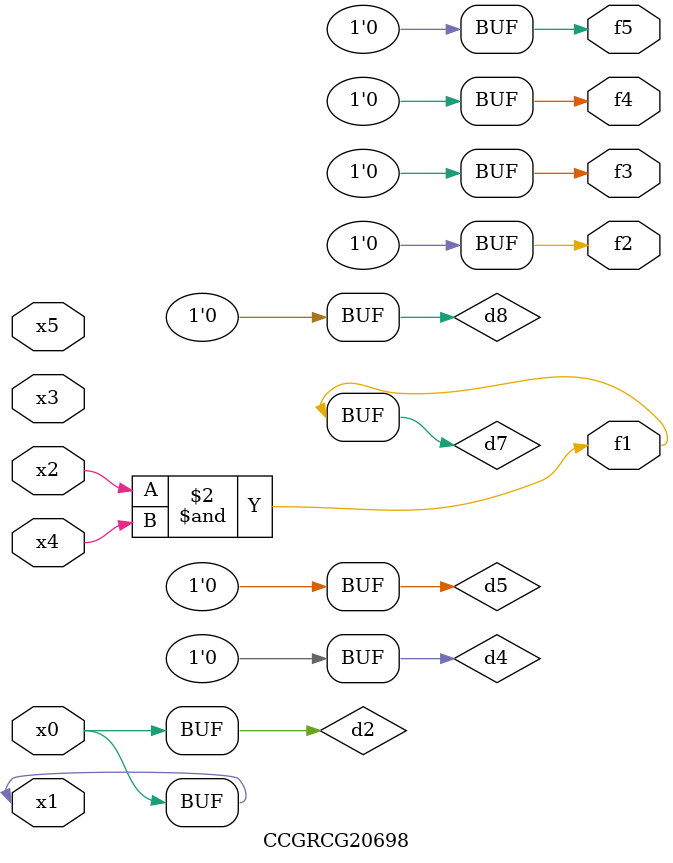
<source format=v>
module CCGRCG20698(
	input x0, x1, x2, x3, x4, x5,
	output f1, f2, f3, f4, f5
);

	wire d1, d2, d3, d4, d5, d6, d7, d8, d9;

	nand (d1, x1);
	buf (d2, x0, x1);
	nand (d3, x2, x4);
	and (d4, d1, d2);
	and (d5, d1, d2);
	nand (d6, d1, d3);
	not (d7, d3);
	xor (d8, d5);
	nor (d9, d5, d6);
	assign f1 = d7;
	assign f2 = d8;
	assign f3 = d8;
	assign f4 = d8;
	assign f5 = d8;
endmodule

</source>
